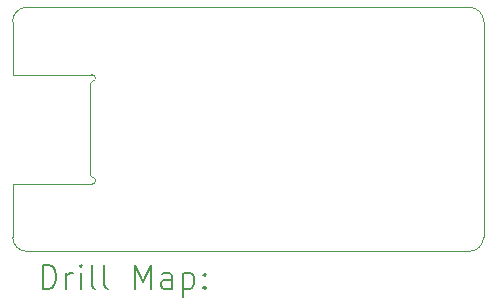
<source format=gbr>
%TF.GenerationSoftware,KiCad,Pcbnew,9.0.3*%
%TF.CreationDate,2025-07-24T11:07:31+02:00*%
%TF.ProjectId,USBtoUART,55534274-6f55-4415-9254-2e6b69636164,v1.0*%
%TF.SameCoordinates,Original*%
%TF.FileFunction,Drillmap*%
%TF.FilePolarity,Positive*%
%FSLAX45Y45*%
G04 Gerber Fmt 4.5, Leading zero omitted, Abs format (unit mm)*
G04 Created by KiCad (PCBNEW 9.0.3) date 2025-07-24 11:07:31*
%MOMM*%
%LPD*%
G01*
G04 APERTURE LIST*
%ADD10C,0.100000*%
%ADD11C,0.120000*%
%ADD12C,0.200000*%
G04 APERTURE END LIST*
D10*
X14532000Y-11955000D02*
X11618000Y-11955000D01*
X10664000Y-11562000D02*
X10664000Y-11834000D01*
X10785000Y-11955000D02*
G75*
G02*
X10664000Y-11834000I0J121000D01*
G01*
X10664000Y-10010000D02*
G75*
G02*
X10785000Y-9889000I121000J0D01*
G01*
X10664000Y-10010000D02*
X10664000Y-10282000D01*
X11618000Y-11955000D02*
X10785000Y-11955000D01*
X14532000Y-9889000D02*
G75*
G02*
X14653000Y-10010000I0J-121000D01*
G01*
X14653000Y-10922000D02*
X14653000Y-10010000D01*
X11618000Y-9889000D02*
X14532000Y-9889000D01*
X14653000Y-11834000D02*
G75*
G02*
X14532000Y-11955000I-121000J0D01*
G01*
X14653000Y-11834000D02*
X14653000Y-10922000D01*
X10785000Y-9889000D02*
X11618000Y-9889000D01*
X11341500Y-11327000D02*
G75*
G02*
X11334000Y-11383999I-4196J-28441D01*
G01*
X11341500Y-11327000D02*
G75*
G02*
X11324000Y-11312000I190J17930D01*
G01*
X11334000Y-10460000D02*
G75*
G02*
X11341500Y-10517000I3304J-28559D01*
G01*
X11324000Y-10532000D02*
G75*
G02*
X11341500Y-10517000I17693J-2934D01*
G01*
X11334000Y-11384000D02*
X10664000Y-11384000D01*
X11334000Y-10460000D02*
X10664000Y-10460000D01*
X11324000Y-10532000D02*
X11324000Y-11312000D01*
D11*
X10664000Y-11562000D02*
X10664000Y-11384000D01*
X10664000Y-10460000D02*
X10664000Y-10282000D01*
D12*
X10918777Y-12271484D02*
X10918777Y-12071484D01*
X10918777Y-12071484D02*
X10966396Y-12071484D01*
X10966396Y-12071484D02*
X10994967Y-12081008D01*
X10994967Y-12081008D02*
X11014015Y-12100055D01*
X11014015Y-12100055D02*
X11023539Y-12119103D01*
X11023539Y-12119103D02*
X11033063Y-12157198D01*
X11033063Y-12157198D02*
X11033063Y-12185769D01*
X11033063Y-12185769D02*
X11023539Y-12223865D01*
X11023539Y-12223865D02*
X11014015Y-12242912D01*
X11014015Y-12242912D02*
X10994967Y-12261960D01*
X10994967Y-12261960D02*
X10966396Y-12271484D01*
X10966396Y-12271484D02*
X10918777Y-12271484D01*
X11118777Y-12271484D02*
X11118777Y-12138150D01*
X11118777Y-12176246D02*
X11128301Y-12157198D01*
X11128301Y-12157198D02*
X11137824Y-12147674D01*
X11137824Y-12147674D02*
X11156872Y-12138150D01*
X11156872Y-12138150D02*
X11175920Y-12138150D01*
X11242586Y-12271484D02*
X11242586Y-12138150D01*
X11242586Y-12071484D02*
X11233062Y-12081008D01*
X11233062Y-12081008D02*
X11242586Y-12090531D01*
X11242586Y-12090531D02*
X11252110Y-12081008D01*
X11252110Y-12081008D02*
X11242586Y-12071484D01*
X11242586Y-12071484D02*
X11242586Y-12090531D01*
X11366396Y-12271484D02*
X11347348Y-12261960D01*
X11347348Y-12261960D02*
X11337824Y-12242912D01*
X11337824Y-12242912D02*
X11337824Y-12071484D01*
X11471158Y-12271484D02*
X11452110Y-12261960D01*
X11452110Y-12261960D02*
X11442586Y-12242912D01*
X11442586Y-12242912D02*
X11442586Y-12071484D01*
X11699729Y-12271484D02*
X11699729Y-12071484D01*
X11699729Y-12071484D02*
X11766396Y-12214341D01*
X11766396Y-12214341D02*
X11833062Y-12071484D01*
X11833062Y-12071484D02*
X11833062Y-12271484D01*
X12014015Y-12271484D02*
X12014015Y-12166722D01*
X12014015Y-12166722D02*
X12004491Y-12147674D01*
X12004491Y-12147674D02*
X11985443Y-12138150D01*
X11985443Y-12138150D02*
X11947348Y-12138150D01*
X11947348Y-12138150D02*
X11928301Y-12147674D01*
X12014015Y-12261960D02*
X11994967Y-12271484D01*
X11994967Y-12271484D02*
X11947348Y-12271484D01*
X11947348Y-12271484D02*
X11928301Y-12261960D01*
X11928301Y-12261960D02*
X11918777Y-12242912D01*
X11918777Y-12242912D02*
X11918777Y-12223865D01*
X11918777Y-12223865D02*
X11928301Y-12204817D01*
X11928301Y-12204817D02*
X11947348Y-12195293D01*
X11947348Y-12195293D02*
X11994967Y-12195293D01*
X11994967Y-12195293D02*
X12014015Y-12185769D01*
X12109253Y-12138150D02*
X12109253Y-12338150D01*
X12109253Y-12147674D02*
X12128301Y-12138150D01*
X12128301Y-12138150D02*
X12166396Y-12138150D01*
X12166396Y-12138150D02*
X12185443Y-12147674D01*
X12185443Y-12147674D02*
X12194967Y-12157198D01*
X12194967Y-12157198D02*
X12204491Y-12176246D01*
X12204491Y-12176246D02*
X12204491Y-12233388D01*
X12204491Y-12233388D02*
X12194967Y-12252436D01*
X12194967Y-12252436D02*
X12185443Y-12261960D01*
X12185443Y-12261960D02*
X12166396Y-12271484D01*
X12166396Y-12271484D02*
X12128301Y-12271484D01*
X12128301Y-12271484D02*
X12109253Y-12261960D01*
X12290205Y-12252436D02*
X12299729Y-12261960D01*
X12299729Y-12261960D02*
X12290205Y-12271484D01*
X12290205Y-12271484D02*
X12280682Y-12261960D01*
X12280682Y-12261960D02*
X12290205Y-12252436D01*
X12290205Y-12252436D02*
X12290205Y-12271484D01*
X12290205Y-12147674D02*
X12299729Y-12157198D01*
X12299729Y-12157198D02*
X12290205Y-12166722D01*
X12290205Y-12166722D02*
X12280682Y-12157198D01*
X12280682Y-12157198D02*
X12290205Y-12147674D01*
X12290205Y-12147674D02*
X12290205Y-12166722D01*
M02*

</source>
